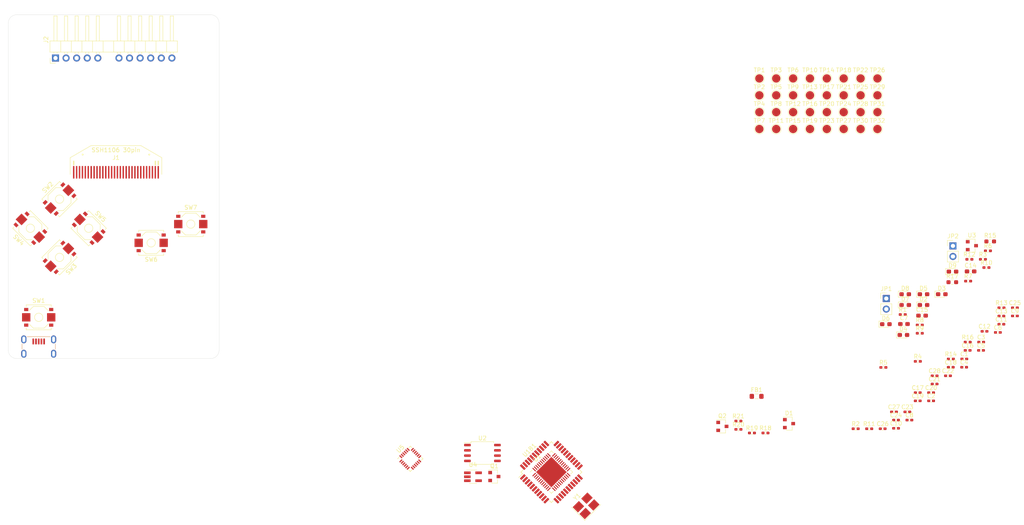
<source format=kicad_pcb>
(kicad_pcb (version 20171130) (host pcbnew "(5.1.10)-1")
  (layers (0 F.Cu signal) (31 B.Cu signal) (34 B.Paste user) (35 F.Paste user) (36 B.SilkS user) (37 F.SilkS user) (38 B.Mask user) (39 F.Mask user) (44 Edge.Cuts user))
  (net 0 "")
  (net 1 "Net-(C1-Pad2)")
  (net 2 RST)
  (net 3 GND)
  (net 4 XTAL2)
  (net 5 XTAL1)
  (net 6 VCC)
  (net 7 "Net-(C5-Pad2)")
  (net 8 "Net-(C5-Pad1)")
  (net 9 "Net-(C6-Pad2)")
  (net 10 "Net-(C6-Pad1)")
  (net 11 +3V3)
  (net 12 +BATT)
  (net 13 +5V)
  (net 14 "Net-(C14-Pad1)")
  (net 15 "Net-(C15-Pad1)")
  (net 16 AREF)
  (net 17 VBUS)
  (net 18 "Net-(C25-Pad1)")
  (net 19 "Net-(C26-Pad1)")
  (net 20 UCAP)
  (net 21 "Net-(D1-Pad3)")
  (net 22 ~PWR_EN)
  (net 23 "Net-(D2-Pad1)")
  (net 24 "Net-(D3-Pad1)")
  (net 25 "Net-(D4-Pad1)")
  (net 26 "Net-(D5-Pad2)")
  (net 27 "Net-(D6-Pad2)")
  (net 28 "Net-(D7-Pad2)")
  (net 29 "Net-(D7-Pad1)")
  (net 30 "Net-(D8-Pad2)")
  (net 31 "Net-(D9-Pad2)")
  (net 32 "Net-(J1-Pad30)")
  (net 33 "Net-(J1-Pad29)")
  (net 34 "Net-(J1-Pad26)")
  (net 35 "Net-(J1-Pad25)")
  (net 36 "Net-(J1-Pad24)")
  (net 37 "Net-(J1-Pad23)")
  (net 38 "Net-(J1-Pad22)")
  (net 39 "Net-(J1-Pad21)")
  (net 40 "Net-(J1-Pad20)")
  (net 41 MOSI)
  (net 42 SCK)
  (net 43 OLED_DC)
  (net 44 OLED_RST)
  (net 45 OLED_CS)
  (net 46 "Net-(J1-Pad1)")
  (net 47 SCLK)
  (net 48 MISO)
  (net 49 A5)
  (net 50 RX)
  (net 51 SCL_3V3)
  (net 52 SDA+FCS)
  (net 53 TX)
  (net 54 "Net-(J3-Pad4)")
  (net 55 /USB_D-)
  (net 56 /USB_D+)
  (net 57 "Net-(J3-Pad6)")
  (net 58 "Net-(JP1-Pad2)")
  (net 59 SPKR2)
  (net 60 EN)
  (net 61 /~WP)
  (net 62 /~HOLD)
  (net 63 LED_R)
  (net 64 LED_G)
  (net 65 LED_B)
  (net 66 RX_LED)
  (net 67 TX_LED)
  (net 68 SPKR1)
  (net 69 "Net-(R16-Pad1)")
  (net 70 D+)
  (net 71 D-)
  (net 72 Btn_UP)
  (net 73 Btn_DOWN)
  (net 74 Btn_LEFT)
  (net 75 Btn_RIGHT)
  (net 76 Btn_A)
  (net 77 Btn_B)
  (net 78 "Net-(TP1-Pad1)")
  (net 79 "Net-(U5-Pad7)")
  (net 80 "Net-(U5-Pad6)")
  (module arduboy:button_TS-1187A-B-A-B (layer F.Cu) (at 65.5 72)
    (fp_text reference SW7 (at 0 -4) (layer F.SilkS))
    (fp_text value "B Button")
    (pad 2 smd rect (at 3 0) (size 2 2) (layers F.Cu F.Paste F.Mask) (net 3 GND))
    (pad 1 smd rect (at -3 0) (size 2 2) (layers F.Cu F.Paste F.Mask) (net 77 Btn_B))
    (pad 1 smd rect (at 3 -1.875) (size 1 0.75) (layers F.Cu F.Paste F.Mask) (net 77 Btn_B))
    (pad 1 smd rect (at -3 -1.875) (size 1 0.75) (layers F.Cu F.Paste F.Mask) (net 77 Btn_B))
    (pad 2 smd rect (at -3 1.875) (size 1 0.75) (layers F.Cu F.Paste F.Mask) (net 3 GND))
    (pad 2 smd rect (at 3 1.875) (size 1 0.75) (layers F.Cu F.Paste F.Mask) (net 3 GND))
  )
  (module arduboy:button_TS-1187A-B-A-B (layer F.Cu) (at 56 76.5 180)
    (fp_text reference SW6 (at 0 -4) (layer F.SilkS))
    (fp_text value "A Button")
    (pad 2 smd rect (at 3 0 180) (size 2 2) (layers F.Cu F.Paste F.Mask) (net 3 GND))
    (pad 1 smd rect (at -3 0 180) (size 2 2) (layers F.Cu F.Paste F.Mask) (net 76 Btn_A))
    (pad 1 smd rect (at 3 -1.875 180) (size 1 0.75) (layers F.Cu F.Paste F.Mask) (net 76 Btn_A))
    (pad 1 smd rect (at -3 -1.875 180) (size 1 0.75) (layers F.Cu F.Paste F.Mask) (net 76 Btn_A))
    (pad 2 smd rect (at -3 1.875 180) (size 1 0.75) (layers F.Cu F.Paste F.Mask) (net 3 GND))
    (pad 2 smd rect (at 3 1.875 180) (size 1 0.75) (layers F.Cu F.Paste F.Mask) (net 3 GND))
  )
  (module arduboy:button_TS-1187A-B-A-B (layer F.Cu) (at 41 73 315)
    (fp_text reference SW5 (at 0 -4 135) (layer F.SilkS))
    (fp_text value "RIGHT Button")
    (pad 2 smd rect (at 3 1.875 315) (size 1 0.75) (layers F.Cu F.Paste F.Mask) (net 3 GND))
    (pad 2 smd rect (at -3 1.875 315) (size 1 0.75) (layers F.Cu F.Paste F.Mask) (net 3 GND))
    (pad 1 smd rect (at -3 -1.875 315) (size 1 0.75) (layers F.Cu F.Paste F.Mask) (net 75 Btn_RIGHT))
    (pad 1 smd rect (at 3 -1.875 315) (size 1 0.75) (layers F.Cu F.Paste F.Mask) (net 75 Btn_RIGHT))
    (pad 1 smd rect (at -3 0 315) (size 2 2) (layers F.Cu F.Paste F.Mask) (net 75 Btn_RIGHT))
    (pad 2 smd rect (at 3 0 315) (size 2 2) (layers F.Cu F.Paste F.Mask) (net 3 GND))
  )
  (module arduboy:button_TS-1187A-B-A-B (layer F.Cu) (at 27 73 135)
    (fp_text reference SW4 (at 0 -4 135) (layer F.SilkS))
    (fp_text value "LEFT Button")
    (pad 2 smd rect (at 3 1.875 135) (size 1 0.75) (layers F.Cu F.Paste F.Mask) (net 3 GND))
    (pad 2 smd rect (at -3 1.875 135) (size 1 0.75) (layers F.Cu F.Paste F.Mask) (net 3 GND))
    (pad 1 smd rect (at -3 -1.875 135) (size 1 0.75) (layers F.Cu F.Paste F.Mask) (net 74 Btn_LEFT))
    (pad 1 smd rect (at 3 -1.875 135) (size 1 0.75) (layers F.Cu F.Paste F.Mask) (net 74 Btn_LEFT))
    (pad 1 smd rect (at -3 0 135) (size 2 2) (layers F.Cu F.Paste F.Mask) (net 74 Btn_LEFT))
    (pad 2 smd rect (at 3 0 135) (size 2 2) (layers F.Cu F.Paste F.Mask) (net 3 GND))
  )
  (module arduboy:button_TS-1187A-B-A-B (layer F.Cu) (at 34 80 225)
    (fp_text reference SW3 (at 0 -4 45) (layer F.SilkS))
    (fp_text value "DOWN Button")
    (pad 2 smd rect (at 3 1.875 225) (size 1 0.75) (layers F.Cu F.Paste F.Mask) (net 3 GND))
    (pad 2 smd rect (at -3 1.875 225) (size 1 0.75) (layers F.Cu F.Paste F.Mask) (net 3 GND))
    (pad 1 smd rect (at -3 -1.875 225) (size 1 0.75) (layers F.Cu F.Paste F.Mask) (net 73 Btn_DOWN))
    (pad 1 smd rect (at 3 -1.875 225) (size 1 0.75) (layers F.Cu F.Paste F.Mask) (net 73 Btn_DOWN))
    (pad 1 smd rect (at -3 0 225) (size 2 2) (layers F.Cu F.Paste F.Mask) (net 73 Btn_DOWN))
    (pad 2 smd rect (at 3 0 225) (size 2 2) (layers F.Cu F.Paste F.Mask) (net 3 GND))
  )
  (module arduboy:button_TS-1187A-B-A-B (layer F.Cu) (at 34 66 45)
    (fp_text reference SW2 (at 0 -4 45) (layer F.SilkS))
    (fp_text value "UP Button")
    (pad 2 smd rect (at 3 1.875 45) (size 1 0.75) (layers F.Cu F.Paste F.Mask) (net 3 GND))
    (pad 2 smd rect (at -3 1.875 45) (size 1 0.75) (layers F.Cu F.Paste F.Mask) (net 3 GND))
    (pad 1 smd rect (at -3 -1.875 45) (size 1 0.75) (layers F.Cu F.Paste F.Mask) (net 72 Btn_UP))
    (pad 1 smd rect (at 3 -1.875 45) (size 1 0.75) (layers F.Cu F.Paste F.Mask) (net 72 Btn_UP))
    (pad 1 smd rect (at -3 0 45) (size 2 2) (layers F.Cu F.Paste F.Mask) (net 72 Btn_UP))
    (pad 2 smd rect (at 3 0 45) (size 2 2) (layers F.Cu F.Paste F.Mask) (net 3 GND))
  )
  (module arduboy:button_TS-1187A-B-A-B (layer F.Cu) (at 29 94.4)
    (fp_text reference SW1 (at 0 -4) (layer F.SilkS))
    (fp_text value "RST Button")
    (pad 2 smd rect (at 3 0) (size 2 2) (layers F.Cu F.Paste F.Mask) (net 21 "Net-(D1-Pad3)"))
    (pad 1 smd rect (at -3 0) (size 2 2) (layers F.Cu F.Paste F.Mask) (net 3 GND))
    (pad 1 smd rect (at 3 -1.875) (size 1 0.75) (layers F.Cu F.Paste F.Mask) (net 3 GND))
    (pad 1 smd rect (at -3 -1.875) (size 1 0.75) (layers F.Cu F.Paste F.Mask) (net 3 GND))
    (pad 2 smd rect (at -3 1.875) (size 1 0.75) (layers F.Cu F.Paste F.Mask) (net 21 "Net-(D1-Pad3)"))
    (pad 2 smd rect (at 3 1.875) (size 1 0.75) (layers F.Cu F.Paste F.Mask) (net 21 "Net-(D1-Pad3)"))
  )
  (module TestPoint:TestPoint_Pad_D2.0mm (layer F.Cu) (at 230.35 49.15)
    (fp_text reference TP32 (at 0 -1.998) (layer F.SilkS))
    (fp_text value GND)
    (pad 1 smd circle (at 0 0) (size 2 2) (layers F.Cu F.Mask) (net 3 GND))
  )
  (module TestPoint:TestPoint_Pad_D2.0mm (layer F.Cu) (at 230.35 45.1)
    (fp_text reference TP31 (at 0 -1.998) (layer F.SilkS))
    (fp_text value 5V_USB)
    (pad 1 smd circle (at 0 0) (size 2 2) (layers F.Cu F.Mask) (net 13 +5V))
  )
  (module TestPoint:TestPoint_Pad_D2.0mm (layer F.Cu) (at 226.3 49.15)
    (fp_text reference TP30 (at 0 -1.998) (layer F.SilkS))
    (fp_text value VCC)
    (pad 1 smd circle (at 0 0) (size 2 2) (layers F.Cu F.Mask) (net 6 VCC))
  )
  (module TestPoint:TestPoint_Pad_D2.0mm (layer F.Cu) (at 230.35 41.05)
    (fp_text reference TP29 (at 0 -1.998) (layer F.SilkS))
    (fp_text value 3V3)
    (pad 1 smd circle (at 0 0) (size 2 2) (layers F.Cu F.Mask) (net 11 +3V3))
  )
  (module TestPoint:TestPoint_Pad_D2.0mm (layer F.Cu) (at 226.3 45.1)
    (fp_text reference TP28 (at 0 -1.998) (layer F.SilkS))
    (fp_text value D5/PC6/SPKR1)
    (pad 1 smd circle (at 0 0) (size 2 2) (layers F.Cu F.Mask) (net 68 SPKR1))
  )
  (module TestPoint:TestPoint_Pad_D2.0mm (layer F.Cu) (at 222.25 49.15)
    (fp_text reference TP27 (at 0 -1.998) (layer F.SilkS))
    (fp_text value A3/F4/DOWN)
    (pad 1 smd circle (at 0 0) (size 2 2) (layers F.Cu F.Mask) (net 73 Btn_DOWN))
  )
  (module TestPoint:TestPoint_Pad_D2.0mm (layer F.Cu) (at 230.35 37)
    (fp_text reference TP26 (at 0 -1.998) (layer F.SilkS))
    (fp_text value D13/PC7/SPKR2)
    (pad 1 smd circle (at 0 0) (size 2 2) (layers F.Cu F.Mask) (net 59 SPKR2))
  )
  (module TestPoint:TestPoint_Pad_D2.0mm (layer F.Cu) (at 226.3 41.05)
    (fp_text reference TP25 (at 0 -1.998) (layer F.SilkS))
    (fp_text value A2/F5/LEFT)
    (pad 1 smd circle (at 0 0) (size 2 2) (layers F.Cu F.Mask) (net 74 Btn_LEFT))
  )
  (module TestPoint:TestPoint_Pad_D2.0mm (layer F.Cu) (at 222.25 45.1)
    (fp_text reference TP24 (at 0 -1.998) (layer F.SilkS))
    (fp_text value D0/PD2/RX)
    (pad 1 smd circle (at 0 0) (size 2 2) (layers F.Cu F.Mask) (net 50 RX))
  )
  (module TestPoint:TestPoint_Pad_D2.0mm (layer F.Cu) (at 218.2 49.15)
    (fp_text reference TP23 (at 0 -1.998) (layer F.SilkS))
    (fp_text value A1/F6/RIGHT)
    (pad 1 smd circle (at 0 0) (size 2 2) (layers F.Cu F.Mask) (net 75 Btn_RIGHT))
  )
  (module TestPoint:TestPoint_Pad_D2.0mm (layer F.Cu) (at 226.3 37)
    (fp_text reference TP22 (at 0 -1.998) (layer F.SilkS))
    (fp_text value D1/PD3/TX)
    (pad 1 smd circle (at 0 0) (size 2 2) (layers F.Cu F.Mask) (net 53 TX))
  )
  (module TestPoint:TestPoint_Pad_D2.0mm (layer F.Cu) (at 222.25 41.05)
    (fp_text reference TP21 (at 0 -1.998) (layer F.SilkS))
    (fp_text value A0/PF7/UP)
    (pad 1 smd circle (at 0 0) (size 2 2) (layers F.Cu F.Mask) (net 72 Btn_UP))
  )
  (module TestPoint:TestPoint_Pad_D2.0mm (layer F.Cu) (at 218.2 45.1)
    (fp_text reference TP20 (at 0 -1.998) (layer F.SilkS))
    (fp_text value A5/F0)
    (pad 1 smd circle (at 0 0) (size 2 2) (layers F.Cu F.Mask) (net 49 A5))
  )
  (module TestPoint:TestPoint_Pad_D2.0mm (layer F.Cu) (at 214.15 49.15)
    (fp_text reference TP19 (at 0 -1.998) (layer F.SilkS))
    (fp_text value D8/PB4/B)
    (pad 1 smd circle (at 0 0) (size 2 2) (layers F.Cu F.Mask) (net 77 Btn_B))
  )
  (module TestPoint:TestPoint_Pad_D2.0mm (layer F.Cu) (at 222.25 37)
    (fp_text reference TP18 (at 0 -1.998) (layer F.SilkS))
    (fp_text value A4/F1/EN)
    (pad 1 smd circle (at 0 0) (size 2 2) (layers F.Cu F.Mask) (net 60 EN))
  )
  (module TestPoint:TestPoint_Pad_D2.0mm (layer F.Cu) (at 218.2 41.05)
    (fp_text reference TP17 (at 0 -1.998) (layer F.SilkS))
    (fp_text value D7/E6/A)
    (pad 1 smd circle (at 0 0) (size 2 2) (layers F.Cu F.Mask) (net 76 Btn_A))
  )
  (module TestPoint:TestPoint_Pad_D2.0mm (layer F.Cu) (at 214.15 45.1)
    (fp_text reference TP16 (at 0 -1.998) (layer F.SilkS))
    (fp_text value USB_ID)
    (pad 1 smd circle (at 0 0) (size 2 2) (layers F.Cu F.Mask) (net 54 "Net-(J3-Pad4)"))
  )
  (module TestPoint:TestPoint_Pad_D2.0mm (layer F.Cu) (at 210.1 49.15)
    (fp_text reference TP15 (at 0 -1.998) (layer F.SilkS))
    (fp_text value D15/PB1/SCK)
    (pad 1 smd circle (at 0 0) (size 2 2) (layers F.Cu F.Mask) (net 42 SCK))
  )
  (module TestPoint:TestPoint_Pad_D2.0mm (layer F.Cu) (at 218.2 37)
    (fp_text reference TP14 (at 0 -1.998) (layer F.SilkS))
    (fp_text value D12/D6/~OLED_CS)
    (pad 1 smd circle (at 0 0) (size 2 2) (layers F.Cu F.Mask) (net 45 OLED_CS))
  )
  (module TestPoint:TestPoint_Pad_D2.0mm (layer F.Cu) (at 214.15 41.05)
    (fp_text reference TP13 (at 0 -1.998) (layer F.SilkS))
    (fp_text value D16/PB2/MOSI)
    (pad 1 smd circle (at 0 0) (size 2 2) (layers F.Cu F.Mask) (net 41 MOSI))
  )
  (module TestPoint:TestPoint_Pad_D2.0mm (layer F.Cu) (at 210.1 45.1)
    (fp_text reference TP12 (at 0 -1.998) (layer F.SilkS))
    (fp_text value D6/D7/~OLED_RST)
    (pad 1 smd circle (at 0 0) (size 2 2) (layers F.Cu F.Mask) (net 44 OLED_RST))
  )
  (module TestPoint:TestPoint_Pad_D2.0mm (layer F.Cu) (at 206.05 49.15)
    (fp_text reference TP11 (at 0 -1.998) (layer F.SilkS))
    (fp_text value D14/PB3/MISO)
    (pad 1 smd circle (at 0 0) (size 2 2) (layers F.Cu F.Mask) (net 48 MISO))
  )
  (module TestPoint:TestPoint_Pad_D2.0mm (layer F.Cu) (at 214.15 37)
    (fp_text reference TP10 (at 0 -1.998) (layer F.SilkS))
    (fp_text value D4/D4/~OLED_DC)
    (pad 1 smd circle (at 0 0) (size 2 2) (layers F.Cu F.Mask) (net 43 OLED_DC))
  )
  (module TestPoint:TestPoint_Pad_D2.0mm (layer F.Cu) (at 210.1 41.05)
    (fp_text reference TP9 (at 0 -1.998) (layer F.SilkS))
    (fp_text value D9/PB5/~LED_B)
    (pad 1 smd circle (at 0 0) (size 2 2) (layers F.Cu F.Mask) (net 65 LED_B))
  )
  (module TestPoint:TestPoint_Pad_D2.0mm (layer F.Cu) (at 206.05 45.1)
    (fp_text reference TP8 (at 0 -1.998) (layer F.SilkS))
    (fp_text value D30/D5/~TX_LED)
    (pad 1 smd circle (at 0 0) (size 2 2) (layers F.Cu F.Mask) (net 67 TX_LED))
  )
  (module TestPoint:TestPoint_Pad_D2.0mm (layer F.Cu) (at 202 49.15)
    (fp_text reference TP7 (at 0 -1.998) (layer F.SilkS))
    (fp_text value D10/PB6/~LED_R)
    (pad 1 smd circle (at 0 0) (size 2 2) (layers F.Cu F.Mask) (net 63 LED_R))
  )
  (module TestPoint:TestPoint_Pad_D2.0mm (layer F.Cu) (at 210.1 37)
    (fp_text reference TP6 (at 0 -1.998) (layer F.SilkS))
    (fp_text value D17/PB0/~RX_LED)
    (pad 1 smd circle (at 0 0) (size 2 2) (layers F.Cu F.Mask) (net 66 RX_LED))
  )
  (module TestPoint:TestPoint_Pad_D2.0mm (layer F.Cu) (at 206.05 41.05)
    (fp_text reference TP5 (at 0 -1.998) (layer F.SilkS))
    (fp_text value D11/PB7/~LED_G)
    (pad 1 smd circle (at 0 0) (size 2 2) (layers F.Cu F.Mask) (net 64 LED_G))
  )
  (module TestPoint:TestPoint_Pad_D2.0mm (layer F.Cu) (at 202 45.1)
    (fp_text reference TP4 (at 0 -1.998) (layer F.SilkS))
    (fp_text value D3/PD0/SCL)
    (pad 1 smd circle (at 0 0) (size 2 2) (layers F.Cu F.Mask) (net 51 SCL_3V3))
  )
  (module TestPoint:TestPoint_Pad_D2.0mm (layer F.Cu) (at 206.05 37)
    (fp_text reference TP3 (at 0 -1.998) (layer F.SilkS))
    (fp_text value ~RST)
    (pad 1 smd circle (at 0 0) (size 2 2) (layers F.Cu F.Mask) (net 2 RST))
  )
  (module TestPoint:TestPoint_Pad_D2.0mm (layer F.Cu) (at 202 41.05)
    (fp_text reference TP2 (at 0 -1.998) (layer F.SilkS))
    (fp_text value D2/PD1/SDA+FLASH_CS)
    (pad 1 smd circle (at 0 0) (size 2 2) (layers F.Cu F.Mask) (net 52 SDA+FCS))
  )
  (module TestPoint:TestPoint_Pad_D2.0mm (layer F.Cu) (at 202 37)
    (fp_text reference TP1 (at 0 -1.998) (layer F.SilkS))
    (fp_text value GYRO_INT)
    (pad 1 smd circle (at 0 0) (size 2 2) (layers F.Cu F.Mask) (net 78 "Net-(TP1-Pad1)"))
  )
  (module Crystal:Crystal_SMD_3225-4Pin_3.2x2.5mm_HandSoldering (layer F.Cu) (at 160.4 139.7 45)
    (fp_text reference Y1 (at 0 -3.05 45) (layer F.SilkS))
    (fp_text value 16MHz)
    (pad 4 smd rect (at -1.45 -1.15 45) (size 2.1 1.8) (layers F.Cu F.Paste F.Mask) (net 3 GND))
    (pad 3 smd rect (at 1.45 -1.15 45) (size 2.1 1.8) (layers F.Cu F.Paste F.Mask) (net 4 XTAL2))
    (pad 2 smd rect (at 1.45 1.15 45) (size 2.1 1.8) (layers F.Cu F.Paste F.Mask) (net 3 GND))
    (pad 1 smd rect (at -1.45 1.15 45) (size 2.1 1.8) (layers F.Cu F.Paste F.Mask) (net 5 XTAL1))
  )
  (module Sensor_Motion:InvenSense_QFN-24_4x4mm_P0.5mm (layer F.Cu) (at 118.2 128.4 45)
    (fp_text reference U5 (at 0 -3.375 45) (layer F.SilkS))
    (fp_text value MPU-6050)
    (pad 24 smd roundrect (at -1.25 -1.95 135) (size 0.85 0.3) (layers F.Cu F.Paste F.Mask) (net 52 SDA+FCS))
    (pad 23 smd roundrect (at -0.75 -1.95 135) (size 0.85 0.3) (layers F.Cu F.Paste F.Mask) (net 51 SCL_3V3))
    (pad 22 smd roundrect (at -0.25 -1.95 135) (size 0.85 0.3) (layers F.Cu F.Paste F.Mask))
    (pad 21 smd roundrect (at 0.25 -1.95 135) (size 0.85 0.3) (layers F.Cu F.Paste F.Mask))
    (pad 20 smd roundrect (at 0.75 -1.95 135) (size 0.85 0.3) (layers F.Cu F.Paste F.Mask) (net 18 "Net-(C25-Pad1)"))
    (pad 19 smd roundrect (at 1.25 -1.95 135) (size 0.85 0.3) (layers F.Cu F.Paste F.Mask))
    (pad 18 smd roundrect (at 1.95 -1.25 45) (size 0.85 0.3) (layers F.Cu F.Paste F.Mask) (net 3 GND))
    (pad 17 smd roundrect (at 1.95 -0.75 45) (size 0.85 0.3) (layers F.Cu F.Paste F.Mask))
    (pad 16 smd roundrect (at 1.95 -0.25 45) (size 0.85 0.3) (layers F.Cu F.Paste F.Mask))
    (pad 15 smd roundrect (at 1.95 0.25 45) (size 0.85 0.3) (layers F.Cu F.Paste F.Mask))
    (pad 14 smd roundrect (at 1.95 0.75 45) (size 0.85 0.3) (layers F.Cu F.Paste F.Mask))
    (pad 13 smd roundrect (at 1.95 1.25 45) (size 0.85 0.3) (layers F.Cu F.Paste F.Mask) (net 11 +3V3))
    (pad 12 smd roundrect (at 1.25 1.95 135) (size 0.85 0.3) (layers F.Cu F.Paste F.Mask) (net 78 "Net-(TP1-Pad1)"))
    (pad 11 smd roundrect (at 0.75 1.95 135) (size 0.85 0.3) (layers F.Cu F.Paste F.Mask) (net 3 GND))
    (pad 10 smd roundrect (at 0.25 1.95 135) (size 0.85 0.3) (layers F.Cu F.Paste F.Mask) (net 19 "Net-(C26-Pad1)"))
    (pad 9 smd roundrect (at -0.25 1.95 135) (size 0.85 0.3) (layers F.Cu F.Paste F.Mask) (net 3 GND))
    (pad 8 smd roundrect (at -0.75 1.95 135) (size 0.85 0.3) (layers F.Cu F.Paste F.Mask) (net 11 +3V3))
    (pad 7 smd roundrect (at -1.25 1.95 135) (size 0.85 0.3) (layers F.Cu F.Paste F.Mask) (net 79 "Net-(U5-Pad7)"))
    (pad 6 smd roundrect (at -1.95 1.25 45) (size 0.85 0.3) (layers F.Cu F.Paste F.Mask) (net 80 "Net-(U5-Pad6)"))
    (pad 5 smd roundrect (at -1.95 0.75 45) (size 0.85 0.3) (layers F.Cu F.Paste F.Mask))
    (pad 4 smd roundrect (at -1.95 0.25 45) (size 0.85 0.3) (layers F.Cu F.Paste F.Mask))
    (pad 3 smd roundrect (at -1.95 -0.25 45) (size 0.85 0.3) (layers F.Cu F.Paste F.Mask))
    (pad 2 smd roundrect (at -1.95 -0.75 45) (size 0.85 0.3) (layers F.Cu F.Paste F.Mask))
    (pad 1 smd roundrect (at -1.95 -1.25 45) (size 0.85 0.3) (layers F.Cu F.Paste F.Mask) (net 3 GND))
  )
  (module Package_TO_SOT_SMD:SOT-23-5_HandSoldering (layer F.Cu) (at 133.25 132.71)
    (fp_text reference U4 (at 0 -2.9) (layer F.SilkS))
    (fp_text value TP4054)
    (pad 5 smd rect (at 1.35 -0.95) (size 1.56 0.65) (layers F.Cu F.Paste F.Mask) (net 69 "Net-(R16-Pad1)"))
    (pad 4 smd rect (at 1.35 0.95) (size 1.56 0.65) (layers F.Cu F.Paste F.Mask) (net 13 +5V))
    (pad 3 smd rect (at -1.35 0.95) (size 1.56 0.65) (layers F.Cu F.Paste F.Mask) (net 12 +BATT))
    (pad 2 smd rect (at -1.35 0) (size 1.56 0.65) (layers F.Cu F.Paste F.Mask) (net 3 GND))
    (pad 1 smd rect (at -1.35 -0.95) (size 1.56 0.65) (layers F.Cu F.Paste F.Mask) (net 29 "Net-(D7-Pad1)"))
  )
  (module Package_TO_SOT_SMD:SOT-23 (layer F.Cu) (at 253.02 77.19)
    (fp_text reference U3 (at 0 -2.5) (layer F.SilkS))
    (fp_text value XC6206P33)
    (pad 3 smd rect (at 1 0) (size 0.9 0.8) (layers F.Cu F.Paste F.Mask) (net 6 VCC))
    (pad 2 smd rect (at -1 0.95) (size 0.9 0.8) (layers F.Cu F.Paste F.Mask) (net 11 +3V3))
    (pad 1 smd rect (at -1 -0.95) (size 0.9 0.8) (layers F.Cu F.Paste F.Mask) (net 3 GND))
  )
  (module Package_SO:SOIC-8_5.23x5.23mm_P1.27mm (layer F.Cu) (at 135.52 127)
    (fp_text reference U2 (at 0 -3.56) (layer F.SilkS))
    (fp_text value W25Q128JVSIQ)
    (pad 8 smd roundrect (at 3.6 -1.905) (size 1.6 0.6) (layers F.Cu F.Paste F.Mask) (net 6 VCC))
    (pad 7 smd roundrect (at 3.6 -0.635) (size 1.6 0.6) (layers F.Cu F.Paste F.Mask) (net 62 /~HOLD))
    (pad 6 smd roundrect (at 3.6 0.635) (size 1.6 0.6) (layers F.Cu F.Paste F.Mask) (net 47 SCLK))
    (pad 5 smd roundrect (at 3.6 1.905) (size 1.6 0.6) (layers F.Cu F.Paste F.Mask) (net 41 MOSI))
    (pad 4 smd roundrect (at -3.6 1.905) (size 1.6 0.6) (layers F.Cu F.Paste F.Mask) (net 3 GND))
    (pad 3 smd roundrect (at -3.6 0.635) (size 1.6 0.6) (layers F.Cu F.Paste F.Mask) (net 61 /~WP))
    (pad 2 smd roundrect (at -3.6 -0.635) (size 1.6 0.6) (layers F.Cu F.Paste F.Mask) (net 48 MISO))
    (pad 1 smd roundrect (at -3.6 -1.905) (size 1.6 0.6) (layers F.Cu F.Paste F.Mask) (net 52 SDA+FCS))
  )
  (module Resistor_SMD:R_0402_1005Metric_Pad0.72x0.64mm_HandSolder (layer F.Cu) (at 196.97 119.33)
    (fp_text reference R21 (at 0 -1.17) (layer F.SilkS))
    (fp_text value 22)
    (pad 2 smd roundrect (at 0.5975 0) (size 0.715 0.64) (layers F.Cu F.Paste F.Mask) (net 71 D-))
    (pad 1 smd roundrect (at -0.5975 0) (size 0.715 0.64) (layers F.Cu F.Paste F.Mask) (net 55 /USB_D-))
  )
  (module Resistor_SMD:R_0402_1005Metric_Pad0.72x0.64mm_HandSolder (layer F.Cu) (at 196.97 121.32)
    (fp_text reference R20 (at 0 -1.17) (layer F.SilkS))
    (fp_text value 22)
    (pad 2 smd roundrect (at 0.5975 0) (size 0.715 0.64) (layers F.Cu F.Paste F.Mask) (net 70 D+))
    (pad 1 smd roundrect (at -0.5975 0) (size 0.715 0.64) (layers F.Cu F.Paste F.Mask) (net 56 /USB_D+))
  )
  (module Resistor_SMD:R_0402_1005Metric_Pad0.72x0.64mm_HandSolder (layer F.Cu) (at 200.22 122.19)
    (fp_text reference R19 (at 0 -1.17) (layer F.SilkS))
    (fp_text value 4.7k)
    (pad 2 smd roundrect (at 0.5975 0) (size 0.715 0.64) (layers F.Cu F.Paste F.Mask) (net 52 SDA+FCS))
    (pad 1 smd roundrect (at -0.5975 0) (size 0.715 0.64) (layers F.Cu F.Paste F.Mask) (net 11 +3V3))
  )
  (module Resistor_SMD:R_0402_1005Metric_Pad0.72x0.64mm_HandSolder (layer F.Cu) (at 203.47 122.19)
    (fp_text reference R18 (at 0 -1.17) (layer F.SilkS))
    (fp_text value 4.7k)
    (pad 2 smd roundrect (at 0.5975 0) (size 0.715 0.64) (layers F.Cu F.Paste F.Mask) (net 51 SCL_3V3))
    (pad 1 smd roundrect (at -0.5975 0) (size 0.715 0.64) (layers F.Cu F.Paste F.Mask) (net 11 +3V3))
  )
  (module Resistor_SMD:R_0603_1608Metric_Pad0.98x0.95mm_HandSolder (layer F.Cu) (at 248.32 85.96)
    (fp_text reference R17 (at 0 -1.43) (layer F.SilkS))
    (fp_text value 390k)
    (pad 2 smd roundrect (at 0.9125 0) (size 0.975 0.95) (layers F.Cu F.Paste F.Mask) (net 3 GND))
    (pad 1 smd roundrect (at -0.9125 0) (size 0.975 0.95) (layers F.Cu F.Paste F.Mask) (net 34 "Net-(J1-Pad26)"))
  )
  (module Resistor_SMD:R_0402_1005Metric_Pad0.72x0.64mm_HandSolder (layer F.Cu) (at 252.02 100.36)
    (fp_text reference R16 (at 0 -1.17) (layer F.SilkS))
    (fp_text value 4.7k)
    (pad 2 smd roundrect (at 0.5975 0) (size 0.715 0.64) (layers F.Cu F.Paste F.Mask) (net 3 GND))
    (pad 1 smd roundrect (at -0.5975 0) (size 0.715 0.64) (layers F.Cu F.Paste F.Mask) (net 69 "Net-(R16-Pad1)"))
  )
  (module Resistor_SMD:R_0603_1608Metric_Pad0.98x0.95mm_HandSolder (layer F.Cu) (at 257.42 76.17)
    (fp_text reference R15 (at 0 -1.43) (layer F.SilkS))
    (fp_text value 220)
    (pad 2 smd roundrect (at 0.9125 0) (size 0.975 0.95) (layers F.Cu F.Paste F.Mask) (net 58 "Net-(JP1-Pad2)"))
    (pad 1 smd roundrect (at -0.9125 0) (size 0.975 0.95) (layers F.Cu F.Paste F.Mask) (net 68 SPKR1))
  )
  (module Resistor_SMD:R_0402_1005Metric_Pad0.72x0.64mm_HandSolder (layer F.Cu) (at 247.97 104.41)
    (fp_text reference R14 (at 0 -1.17) (layer F.SilkS))
    (fp_text value 3.3k)
    (pad 2 smd roundrect (at 0.5975 0) (size 0.715 0.64) (layers F.Cu F.Paste F.Mask) (net 31 "Net-(D9-Pad2)"))
    (pad 1 smd roundrect (at -0.5975 0) (size 0.715 0.64) (layers F.Cu F.Paste F.Mask) (net 67 TX_LED))
  )
  (module Resistor_SMD:R_0402_1005Metric_Pad0.72x0.64mm_HandSolder (layer F.Cu) (at 260.12 92.11)
    (fp_text reference R13 (at 0 -1.17) (layer F.SilkS))
    (fp_text value 3.3k)
    (pad 2 smd roundrect (at 0.5975 0) (size 0.715 0.64) (layers F.Cu F.Paste F.Mask) (net 30 "Net-(D8-Pad2)"))
    (pad 1 smd roundrect (at -0.5975 0) (size 0.715 0.64) (layers F.Cu F.Paste F.Mask) (net 66 RX_LED))
  )
  (module Resistor_SMD:R_0402_1005Metric_Pad0.72x0.64mm_HandSolder (layer F.Cu) (at 252.42 80.46)
    (fp_text reference R12 (at 0 -1.17) (layer F.SilkS))
    (fp_text value 6.8k)
    (pad 2 smd roundrect (at 0.5975 0) (size 0.715 0.64) (layers F.Cu F.Paste F.Mask) (net 28 "Net-(D7-Pad2)"))
    (pad 1 smd roundrect (at -0.5975 0) (size 0.715 0.64) (layers F.Cu F.Paste F.Mask) (net 13 +5V))
  )
  (module Resistor_SMD:R_0402_1005Metric_Pad0.72x0.64mm_HandSolder (layer F.Cu) (at 228.37 121.18)
    (fp_text reference R11 (at 0 -1.17) (layer F.SilkS))
    (fp_text value 680)
    (pad 2 smd roundrect (at 0.5975 0) (size 0.715 0.64) (layers F.Cu F.Paste F.Mask) (net 65 LED_B))
    (pad 1 smd roundrect (at -0.5975 0) (size 0.715 0.64) (layers F.Cu F.Paste F.Mask) (net 25 "Net-(D4-Pad1)"))
  )
  (module Resistor_SMD:R_0402_1005Metric_Pad0.72x0.64mm_HandSolder (layer F.Cu) (at 256.51 82.45)
    (fp_text reference R10 (at 0 -1.17) (layer F.SilkS))
    (fp_text value 680)
    (pad 2 smd roundrect (at 0.5975 0) (size 0.715 0.64) (layers F.Cu F.Paste F.Mask) (net 64 LED_G))
    (pad 1 smd roundrect (at -0.5975 0) (size 0.715 0.64) (layers F.Cu F.Paste F.Mask) (net 24 "Net-(D3-Pad1)"))
  )
  (module Resistor_SMD:R_0402_1005Metric_Pad0.72x0.64mm_HandSolder (layer F.Cu) (at 240.51 98.23)
    (fp_text reference R9 (at 0 -1.17) (layer F.SilkS))
    (fp_text value 1.2k)
    (pad 2 smd roundrect (at 0.5975 0) (size 0.715 0.64) (layers F.Cu F.Paste F.Mask) (net 63 LED_R))
    (pad 1 smd roundrect (at -0.5975 0) (size 0.715 0.64) (layers F.Cu F.Paste F.Mask) (net 23 "Net-(D2-Pad1)"))
  )
  (module Resistor_SMD:R_0402_1005Metric_Pad0.72x0.64mm_HandSolder (layer F.Cu) (at 240.51 96.24)
    (fp_text reference R8 (at 0 -1.17) (layer F.SilkS))
    (fp_text value 10k)
    (pad 2 smd roundrect (at 0.5975 0) (size 0.715 0.64) (layers F.Cu F.Paste F.Mask) (net 22 ~PWR_EN))
    (pad 1 smd roundrect (at -0.5975 0) (size 0.715 0.64) (layers F.Cu F.Paste F.Mask) (net 12 +BATT))
  )
  (module Resistor_SMD:R_0402_1005Metric_Pad0.72x0.64mm_HandSolder (layer F.Cu) (at 252.12 85.7)
    (fp_text reference R7 (at 0 -1.17) (layer F.SilkS))
    (fp_text value 3.3k)
    (pad 2 smd roundrect (at 0.5975 0) (size 0.715 0.64) (layers F.Cu F.Paste F.Mask) (net 27 "Net-(D6-Pad2)"))
    (pad 1 smd roundrect (at -0.5975 0) (size 0.715 0.64) (layers F.Cu F.Paste F.Mask) (net 6 VCC))
  )
  (module Resistor_SMD:R_0402_1005Metric_Pad0.72x0.64mm_HandSolder (layer F.Cu) (at 256.87 78.42)
    (fp_text reference R6 (at 0 -1.17) (layer F.SilkS))
    (fp_text value 6.8k)
    (pad 2 smd roundrect (at 0.5975 0) (size 0.715 0.64) (layers F.Cu F.Paste F.Mask) (net 26 "Net-(D5-Pad2)"))
    (pad 1 smd roundrect (at -0.5975 0) (size 0.715 0.64) (layers F.Cu F.Paste F.Mask) (net 13 +5V))
  )
  (module Resistor_SMD:R_0402_1005Metric_Pad0.72x0.64mm_HandSolder (layer F.Cu) (at 231.77 106.44)
    (fp_text reference R5 (at 0 -1.17) (layer F.SilkS))
    (fp_text value 10k)
    (pad 2 smd roundrect (at 0.5975 0) (size 0.715 0.64) (layers F.Cu F.Paste F.Mask) (net 3 GND))
    (pad 1 smd roundrect (at -0.5975 0) (size 0.715 0.64) (layers F.Cu F.Paste F.Mask) (net 60 EN))
  )
  (module Resistor_SMD:R_0402_1005Metric_Pad0.72x0.64mm_HandSolder (layer F.Cu) (at 240.04 104.98)
    (fp_text reference R4 (at 0 -1.17) (layer F.SilkS))
    (fp_text value 10k)
    (pad 2 smd roundrect (at 0.5975 0) (size 0.715 0.64) (layers F.Cu F.Paste F.Mask) (net 62 /~HOLD))
    (pad 1 smd roundrect (at -0.5975 0) (size 0.715 0.64) (layers F.Cu F.Paste F.Mask) (net 6 VCC))
  )
  (module Resistor_SMD:R_0402_1005Metric_Pad0.72x0.64mm_HandSolder (layer F.Cu) (at 255.67 80.46)
    (fp_text reference R3 (at 0 -1.17) (layer F.SilkS))
    (fp_text value 10k)
    (pad 2 smd roundrect (at 0.5975 0) (size 0.715 0.64) (layers F.Cu F.Paste F.Mask) (net 61 /~WP))
    (pad 1 smd roundrect (at -0.5975 0) (size 0.715 0.64) (layers F.Cu F.Paste F.Mask) (net 6 VCC))
  )
  (module Resistor_SMD:R_0402_1005Metric_Pad0.72x0.64mm_HandSolder (layer F.Cu) (at 225.12 121.18)
    (fp_text reference R2 (at 0 -1.17) (layer F.SilkS))
    (fp_text value 10k)
    (pad 2 smd roundrect (at 0.5975 0) (size 0.715 0.64) (layers F.Cu F.Paste F.Mask) (net 52 SDA+FCS))
    (pad 1 smd roundrect (at -0.5975 0) (size 0.715 0.64) (layers F.Cu F.Paste F.Mask) (net 6 VCC))
  )
  (module Resistor_SMD:R_0402_1005Metric_Pad0.72x0.64mm_HandSolder (layer F.Cu) (at 236.42 93.73)
    (fp_text reference R1 (at 0 -1.17) (layer F.SilkS))
    (fp_text value 10k)
    (pad 2 smd roundrect (at 0.5975 0) (size 0.715 0.64) (layers F.Cu F.Paste F.Mask) (net 2 RST))
    (pad 1 smd roundrect (at -0.5975 0) (size 0.715 0.64) (layers F.Cu F.Paste F.Mask) (net 6 VCC))
  )
  (module Package_TO_SOT_SMD:SOT-23 (layer F.Cu) (at 193.12 120.61)
    (fp_text reference Q2 (at 0 -2.5) (layer F.SilkS))
    (fp_text value Si2301CDS)
    (pad 3 smd rect (at 1 0) (size 0.9 0.8) (layers F.Cu F.Paste F.Mask) (net 6 VCC))
    (pad 2 smd rect (at -1 0.95) (size 0.9 0.8) (layers F.Cu F.Paste F.Mask) (net 12 +BATT))
    (pad 1 smd rect (at -1 -0.95) (size 0.9 0.8) (layers F.Cu F.Paste F.Mask) (net 22 ~PWR_EN))
  )
  (module Package_TO_SOT_SMD:SOT-23 (layer F.Cu) (at 138.38 132.66)
    (fp_text reference Q1 (at 0 -2.5) (layer F.SilkS))
    (fp_text value 2N7002)
    (pad 3 smd rect (at 1 0) (size 0.9 0.8) (layers F.Cu F.Paste F.Mask) (net 22 ~PWR_EN))
    (pad 2 smd rect (at -1 0.95) (size 0.9 0.8) (layers F.Cu F.Paste F.Mask) (net 3 GND))
    (pad 1 smd rect (at -1 -0.95) (size 0.9 0.8) (layers F.Cu F.Paste F.Mask) (net 60 EN))
  )
  (module Connector_PinHeader_2.54mm:PinHeader_1x02_P2.54mm_Vertical (layer F.Cu) (at 248.47 77.24)
    (fp_text reference JP2 (at 0 -2.33) (layer F.SilkS))
    (fp_text value LiPo)
    (pad 2 thru_hole oval (at 0 2.54) (size 1.7 1.7) (drill 1) (layers *.Cu *.Mask) (net 12 +BATT))
    (pad 1 thru_hole rect (at 0 0) (size 1.7 1.7) (drill 1) (layers *.Cu *.Mask) (net 3 GND))
  )
  (module Connector_PinHeader_2.54mm:PinHeader_1x02_P2.54mm_Vertical (layer F.Cu) (at 232.47 89.88)
    (fp_text reference JP1 (at 0 -2.33) (layer F.SilkS))
    (fp_text value Speaker)
    (pad 2 thru_hole oval (at 0 2.54) (size 1.7 1.7) (drill 1) (layers *.Cu *.Mask) (net 58 "Net-(JP1-Pad2)"))
    (pad 1 thru_hole rect (at 0 0) (size 1.7 1.7) (drill 1) (layers *.Cu *.Mask) (net 59 SPKR2))
  )
  (module arduboy:USB_MICRO_B_C456008 (layer F.Cu) (at 29 104.3 180)
    (fp_text reference J3)
    (fp_text value USB_B_Micro)
    (pad 5 smd rect (at -1.3 4.1 180) (size 0.4 1.4) (layers F.Cu F.Paste F.Mask) (net 3 GND))
    (pad 1 smd rect (at 1.3 4.1 180) (size 0.4 1.4) (layers F.Cu F.Paste F.Mask) (net 17 VBUS))
    (pad 4 smd rect (at -0.65 4.1 180) (size 0.4 1.4) (layers F.Cu F.Paste F.Mask) (net 54 "Net-(J3-Pad4)"))
    (pad 2 smd rect (at 0.65 4.1 180) (size 0.4 1.4) (layers F.Cu F.Paste F.Mask) (net 55 /USB_D-))
    (pad 3 smd rect (at 0 4.1 180) (size 0.4 1.4) (layers F.Cu F.Paste F.Mask) (net 56 /USB_D+))
    (pad "" np_thru_hole circle (at 2 3.275 180) (size 0.65 0.65) (drill 0.65) (layers *.Cu *.Mask))
    (pad "" np_thru_hole circle (at -2 3.275 180) (size 0.65 0.65) (drill 0.65) (layers *.Cu *.Mask))
    (pad 6 thru_hole oval (at 3.575 4.6 180) (size 1.25 1.9) (drill oval 0.65 1.3) (layers *.Cu *.Mask) (net 57 "Net-(J3-Pad6)"))
    (pad 6 thru_hole oval (at -3.575 4.6 180) (size 1.25 1.9) (drill oval 0.65 1.3) (layers *.Cu *.Mask) (net 57 "Net-(J3-Pad6)"))
    (pad 6 thru_hole oval (at -3.575 1.15 180) (size 1.25 1.9) (drill oval 0.65 1.3) (layers *.Cu *.Mask) (net 57 "Net-(J3-Pad6)"))
    (pad 6 thru_hole oval (at 3.575 1.15 180) (size 1.25 1.9) (drill oval 0.65 1.3) (layers *.Cu *.Mask) (net 57 "Net-(J3-Pad6)"))
  )
  (module arduboy:PinHeader_1x12_P2.54mm_SLOTTED_ROTATED (layer F.Cu) (at 33.03 32.1 90)
    (fp_text reference J2 (at 4.385 -2.27 90) (layer F.SilkS))
    (fp_text value Expansion_port_NEW)
    (pad 1 thru_hole oval (at 0 27.94 90) (size 1.7 1.7) (drill 1) (layers *.Cu *.Mask) (net 6 VCC))
    (pad 2 thru_hole oval (at 0 25.4 90) (size 1.7 1.7) (drill 1) (layers *.Cu *.Mask) (net 3 GND))
    (pad 3 thru_hole oval (at 0 22.86 90) (size 1.7 1.7) (drill 1) (layers *.Cu *.Mask) (net 2 RST))
    (pad 4 thru_hole oval (at 0 20.32 90) (size 1.7 1.7) (drill 1) (layers *.Cu *.Mask) (net 47 SCLK))
    (pad 5 thru_hole oval (at 0 17.78 90) (size 1.7 1.7) (drill 1) (layers *.Cu *.Mask) (net 41 MOSI))
    (pad 6 thru_hole oval (at 0 15.24 90) (size 1.7 1.7) (drill 1) (layers *.Cu *.Mask) (net 48 MISO))
    (pad 8 thru_hole oval (at 0 10.16 90) (size 1.7 1.7) (drill 1) (layers *.Cu *.Mask) (net 49 A5))
    (pad 9 thru_hole oval (at 0 7.62 90) (size 1.7 1.7) (drill 1) (layers *.Cu *.Mask) (net 50 RX))
    (pad 10 thru_hole oval (at 0 5.08 90) (size 1.7 1.7) (drill 1) (layers *.Cu *.Mask) (net 51 SCL_3V3))
    (pad 11 thru_hole oval (at 0 2.54 90) (size 1.7 1.7) (drill 1) (layers *.Cu *.Mask) (net 52 SDA+FCS))
    (pad 12 thru_hole rect (at 0 0 90) (size 1.7 1.7) (drill 1) (layers *.Cu *.Mask) (net 53 TX))
  )
  (module arduboy:SSH1106_30pin_P0.7mm (layer F.Cu) (at 47.55 60.05)
    (fp_text reference J1 (at 0 -4) (layer F.SilkS))
    (fp_text value SSD1306_SSH1106)
    (fp_text user "SSH1106 30pin" (at 0 -5.85) (layer F.SilkS))
    (pad 30 smd rect (at 10.15 -0.5) (size 0.35 3) (layers F.Cu F.Paste F.Mask) (net 32 "Net-(J1-Pad30)"))
    (pad 29 smd rect (at 9.45 -0.5) (size 0.35 3) (layers F.Cu F.Paste F.Mask) (net 33 "Net-(J1-Pad29)"))
    (pad 28 smd rect (at 8.75 -0.5) (size 0.35 3) (layers F.Cu F.Paste F.Mask) (net 15 "Net-(C15-Pad1)"))
    (pad 27 smd rect (at 8.05 -0.5) (size 0.35 3) (layers F.Cu F.Paste F.Mask) (net 14 "Net-(C14-Pad1)"))
    (pad 26 smd rect (at 7.35 -0.5) (size 0.35 3) (layers F.Cu F.Paste F.Mask) (net 34 "Net-(J1-Pad26)"))
    (pad 25 smd rect (at 6.65 -0.5) (size 0.35 3) (layers F.Cu F.Paste F.Mask) (net 35 "Net-(J1-Pad25)"))
    (pad 24 smd rect (at 5.95 -0.5) (size 0.35 3) (layers F.Cu F.Paste F.Mask) (net 36 "Net-(J1-Pad24)"))
    (pad 23 smd rect (at 5.25 -0.5) (size 0.35 3) (layers F.Cu F.Paste F.Mask) (net 37 "Net-(J1-Pad23)"))
    (pad 22 smd rect (at 4.55 -0.5) (size 0.35 3) (layers F.Cu F.Paste F.Mask) (net 38 "Net-(J1-Pad22)"))
    (pad 21 smd rect (at 3.85 -0.5) (size 0.35 3) (layers F.Cu F.Paste F.Mask) (net 39 "Net-(J1-Pad21)"))
    (pad 20 smd rect (at 3.15 -0.5) (size 0.35 3) (layers F.Cu F.Paste F.Mask) (net 40 "Net-(J1-Pad20)"))
    (pad 19 smd rect (at 2.45 -0.5) (size 0.35 3) (layers F.Cu F.Paste F.Mask) (net 41 MOSI))
    (pad 18 smd rect (at 1.75 -0.5) (size 0.35 3) (layers F.Cu F.Paste F.Mask) (net 42 SCK))
    (pad 17 smd rect (at 1.05 -0.5) (size 0.35 3) (layers F.Cu F.Paste F.Mask) (net 3 GND))
    (pad 16 smd rect (at 0.35 -0.5) (size 0.35 3) (layers F.Cu F.Paste F.Mask) (net 3 GND))
    (pad 15 smd rect (at -0.35 -0.5) (size 0.35 3) (layers F.Cu F.Paste F.Mask) (net 43 OLED_DC))
    (pad 14 smd rect (at -1.05 -0.5) (size 0.35 3) (layers F.Cu F.Paste F.Mask) (net 44 OLED_RST))
    (pad 13 smd rect (at -1.75 -0.5) (size 0.35 3) (layers F.Cu F.Paste F.Mask) (net 45 OLED_CS))
    (pad 12 smd rect (at -2.45 -0.5) (size 0.35 3) (layers F.Cu F.Paste F.Mask) (net 3 GND))
    (pad 11 smd rect (at -3.15 -0.5) (size 0.35 3) (layers F.Cu F.Paste F.Mask) (net 3 GND))
    (pad 10 smd rect (at -3.85 -0.5) (size 0.35 3) (layers F.Cu F.Paste F.Mask) (net 3 GND))
    (pad 9 smd rect (at -4.55 -0.5) (size 0.35 3) (layers F.Cu F.Paste F.Mask) (net 6 VCC))
    (pad 8 smd rect (at -5.25 -0.5) (size 0.35 3) (layers F.Cu F.Paste F.Mask) (net 3 GND))
    (pad 7 smd rect (at -5.95 -0.5) (size 0.35 3) (layers F.Cu F.Paste F.Mask) (net 3 GND))
    (pad 6 smd rect (at -6.65 -0.5) (size 0.35 3) (layers F.Cu F.Paste F.Mask) (net 6 VCC))
    (pad 5 smd rect (at -7.35 -0.5) (size 0.35 3) (layers F.Cu F.Paste F.Mask) (net 9 "Net-(C6-Pad2)"))
    (pad 4 smd rect (at -8.05 -0.5) (size 0.35 3) (layers F.Cu F.Paste F.Mask) (net 10 "Net-(C6-Pad1)"))
    (pad 3 smd rect (at -8.75 -0.5) (size 0.35 3) (layers F.Cu F.Paste F.Mask) (net 7 "Net-(C5-Pad2)"))
    (pad 2 smd rect (at -9.45 -0.5) (size 0.35 3) (layers F.Cu F.Paste F.Mask) (net 8 "Net-(C5-Pad1)"))
    (pad 1 smd rect (at -10.15 -0.5) (size 0.35 3) (layers F.Cu F.Paste F.Mask) (net 46 "Net-(J1-Pad1)"))
  )
  (module Inductor_SMD:L_0805_2012Metric_Pad1.05x1.20mm_HandSolder (layer F.Cu) (at 201.34 113.39)
    (fp_text reference FB1 (at 0 -1.55) (layer F.SilkS))
    (fp_text value "100R @ 100MHz")
    (pad 2 smd roundrect (at 1.15 0) (size 1.05 1.2) (layers F.Cu F.Paste F.Mask) (roundrect_rratio 0.238095) (net 17 VBUS))
    (pad 1 smd roundrect (at -1.15 0) (size 1.05 1.2) (layers F.Cu F.Paste F.Mask) (roundrect_rratio 0.238095) (net 13 +5V))
  )
  (module LED_SMD:LED_0603_1608Metric_Pad1.05x0.95mm_HandSolder (layer F.Cu) (at 248.365 83.41)
    (fp_text reference D9 (at 0 -1.43) (layer F.SilkS))
    (fp_text value Yellow)
    (pad 2 smd roundrect (at 0.875 0) (size 1.05 0.95) (layers F.Cu F.Paste F.Mask) (net 31 "Net-(D9-Pad2)"))
    (pad 1 smd roundrect (at -0.875 0) (size 1.05 0.95) (layers F.Cu F.Paste F.Mask) (net 3 GND))
  )
  (module LED_SMD:LED_0603_1608Metric_Pad1.05x0.95mm_HandSolder (layer F.Cu) (at 237.015 88.85)
    (fp_text reference D8 (at 0 -1.43) (layer F.SilkS))
    (fp_text value Yellow)
    (pad 2 smd roundrect (at 0.875 0) (size 1.05 0.95) (layers F.Cu F.Paste F.Mask) (net 30 "Net-(D8-Pad2)"))
    (pad 1 smd roundrect (at -0.875 0) (size 1.05 0.95) (layers F.Cu F.Paste F.Mask) (net 3 GND))
  )
  (module LED_SMD:LED_0603_1608Metric_Pad1.05x0.95mm_HandSolder (layer F.Cu) (at 237.015 91.44)
    (fp_text reference D7 (at 0 -1.43) (layer F.SilkS))
    (fp_text value Yellow)
    (pad 2 smd roundrect (at 0.875 0) (size 1.05 0.95) (layers F.Cu F.Paste F.Mask) (net 28 "Net-(D7-Pad2)"))
    (pad 1 smd roundrect (at -0.875 0) (size 1.05 0.95) (layers F.Cu F.Paste F.Mask) (net 29 "Net-(D7-Pad1)"))
  )
  (module LED_SMD:LED_0603_1608Metric_Pad1.05x0.95mm_HandSolder (layer F.Cu) (at 232.365 96.05)
    (fp_text reference D6 (at 0 -1.43) (layer F.SilkS))
    (fp_text value Yellow)
    (pad 2 smd roundrect (at 0.875 0) (size 1.05 0.95) (layers F.Cu F.Paste F.Mask) (net 27 "Net-(D6-Pad2)"))
    (pad 1 smd roundrect (at -0.875 0) (size 1.05 0.95) (layers F.Cu F.Paste F.Mask) (net 3 GND))
  )
  (module LED_SMD:LED_0603_1608Metric_Pad1.05x0.95mm_HandSolder (layer F.Cu) (at 241.405 88.85)
    (fp_text reference D5 (at 0 -1.43) (layer F.SilkS))
    (fp_text value Yellow)
    (pad 2 smd roundrect (at 0.875 0) (size 1.05 0.95) (layers F.Cu F.Paste F.Mask) (net 26 "Net-(D5-Pad2)"))
    (pad 1 smd roundrect (at -0.875 0) (size 1.05 0.95) (layers F.Cu F.Paste F.Mask) (net 3 GND))
  )
  (module LED_SMD:LED_0603_1608Metric_Pad1.05x0.95mm_HandSolder (layer F.Cu) (at 236.585 98.64)
    (fp_text reference D4 (at 0 -1.43) (layer F.SilkS))
    (fp_text value Blue)
    (pad 2 smd roundrect (at 0.875 0) (size 1.05 0.95) (layers F.Cu F.Paste F.Mask) (net 6 VCC))
    (pad 1 smd roundrect (at -0.875 0) (size 1.05 0.95) (layers F.Cu F.Paste F.Mask) (net 25 "Net-(D4-Pad1)"))
  )
  (module LED_SMD:LED_0603_1608Metric_Pad1.05x0.95mm_HandSolder (layer F.Cu) (at 245.795 88.85)
    (fp_text reference D3 (at 0 -1.43) (layer F.SilkS))
    (fp_text value Green)
    (pad 2 smd roundrect (at 0.875 0) (size 1.05 0.95) (layers F.Cu F.Paste F.Mask) (net 6 VCC))
    (pad 1 smd roundrect (at -0.875 0) (size 1.05 0.95) (layers F.Cu F.Paste F.Mask) (net 24 "Net-(D3-Pad1)"))
  )
  (module LED_SMD:LED_0603_1608Metric_Pad1.05x0.95mm_HandSolder (layer F.Cu) (at 241.405 91.44)
    (fp_text reference D2 (at 0 -1.43) (layer F.SilkS))
    (fp_text value Red)
    (pad 2 smd roundrect (at 0.875 0) (size 1.05 0.95) (layers F.Cu F.Paste F.Mask) (net 6 VCC))
    (pad 1 smd roundrect (at -0.875 0) (size 1.05 0.95) (layers F.Cu F.Paste F.Mask) (net 23 "Net-(D2-Pad1)"))
  )
  (module Package_TO_SOT_SMD:SOT-23 (layer F.Cu) (at 209.12 119.94)
    (fp_text reference D1 (at 0 -2.5) (layer F.SilkS))
    (fp_text value BAV70)
    (pad 3 smd rect (at 1 0) (size 0.9 0.8) (layers F.Cu F.Paste F.Mask) (net 21 "Net-(D1-Pad3)"))
    (pad 2 smd rect (at -1 0.95) (size 0.9 0.8) (layers F.Cu F.Paste F.Mask) (net 22 ~PWR_EN))
    (pad 1 smd rect (at -1 -0.95) (size 0.9 0.8) (layers F.Cu F.Paste F.Mask) (net 1 "Net-(C1-Pad2)"))
  )
  (module Capacitor_SMD:C_0402_1005Metric_Pad0.74x0.62mm_HandSolder (layer F.Cu) (at 244.07 108.45)
    (fp_text reference C28 (at 0 -1.16) (layer F.SilkS))
    (fp_text value 1uF)
    (pad 2 smd roundrect (at 0.5675 0) (size 0.735 0.62) (layers F.Cu F.Paste F.Mask) (net 3 GND))
    (pad 1 smd roundrect (at -0.5675 0) (size 0.735 0.62) (layers F.Cu F.Paste F.Mask) (net 20 UCAP))
  )
  (module Capacitor_SMD:C_0402_1005Metric_Pad0.74x0.62mm_HandSolder (layer F.Cu) (at 234.32 117.12)
    (fp_text reference C27 (at 0 -1.16) (layer F.SilkS))
    (fp_text value 1uF)
    (pad 2 smd roundrect (at 0.5675 0) (size 0.735 0.62) (layers F.Cu F.Paste F.Mask) (net 3 GND))
    (pad 1 smd roundrect (at -0.5675 0) (size 0.735 0.62) (layers F.Cu F.Paste F.Mask) (net 13 +5V))
  )
  (module Capacitor_SMD:C_0402_1005Metric_Pad0.74x0.62mm_HandSolder (layer F.Cu) (at 231.6 121.17)
    (fp_text reference C26 (at 0 -1.16) (layer F.SilkS))
    (fp_text value 100nF)
    (pad 2 smd roundrect (at 0.5675 0) (size 0.735 0.62) (layers F.Cu F.Paste F.Mask) (net 3 GND))
    (pad 1 smd roundrect (at -0.5675 0) (size 0.735 0.62) (layers F.Cu F.Paste F.Mask) (net 19 "Net-(C26-Pad1)"))
  )
  (module Capacitor_SMD:C_0402_1005Metric_Pad0.74x0.62mm_HandSolder (layer F.Cu) (at 263.35 92.1)
    (fp_text reference C25 (at 0 -1.16) (layer F.SilkS))
    (fp_text value 2.2nF)
    (pad 2 smd roundrect (at 0.5675 0) (size 0.735 0.62) (layers F.Cu F.Paste F.Mask) (net 3 GND))
    (pad 1 smd roundrect (at -0.5675 0) (size 0.735 0.62) (layers F.Cu F.Paste F.Mask) (net 18 "Net-(C25-Pad1)"))
  )
  (module Capacitor_SMD:C_0402_1005Metric_Pad0.74x0.62mm_HandSolder (layer F.Cu) (at 234.81 119.09)
    (fp_text reference C24 (at 0 -1.16) (layer F.SilkS))
    (fp_text value 100nF)
    (pad 2 smd roundrect (at 0.5675 0) (size 0.735 0.62) (layers F.Cu F.Paste F.Mask) (net 3 GND))
    (pad 1 smd roundrect (at -0.5675 0) (size 0.735 0.62) (layers F.Cu F.Paste F.Mask) (net 11 +3V3))
  )
  (module Capacitor_SMD:C_0402_1005Metric_Pad0.74x0.62mm_HandSolder (layer F.Cu) (at 237.53 117.12)
    (fp_text reference C23 (at 0 -1.16) (layer F.SilkS))
    (fp_text value 10nF)
    (pad 2 smd roundrect (at 0.5675 0) (size 0.735 0.62) (layers F.Cu F.Paste F.Mask) (net 3 GND))
    (pad 1 smd roundrect (at -0.5675 0) (size 0.735 0.62) (layers F.Cu F.Paste F.Mask) (net 11 +3V3))
  )
  (module Capacitor_SMD:C_0402_1005Metric_Pad0.74x0.62mm_HandSolder (layer F.Cu) (at 247.28 108.45)
    (fp_text reference C22 (at 0 -1.16) (layer F.SilkS))
    (fp_text value 100nF)
    (pad 2 smd roundrect (at 0.5675 0) (size 0.735 0.62) (layers F.Cu F.Paste F.Mask) (net 3 GND))
    (pad 1 smd roundrect (at -0.5675 0) (size 0.735 0.62) (layers F.Cu F.Paste F.Mask) (net 6 VCC))
  )
  (module Capacitor_SMD:C_0402_1005Metric_Pad0.74x0.62mm_HandSolder (layer F.Cu) (at 244.07 110.42)
    (fp_text reference C21 (at 0 -1.16) (layer F.SilkS))
    (fp_text value 100nF)
    (pad 2 smd roundrect (at 0.5675 0) (size 0.735 0.62) (layers F.Cu F.Paste F.Mask) (net 3 GND))
    (pad 1 smd roundrect (at -0.5675 0) (size 0.735 0.62) (layers F.Cu F.Paste F.Mask) (net 6 VCC))
  )
  (module Capacitor_SMD:C_0402_1005Metric_Pad0.74x0.62mm_HandSolder (layer F.Cu) (at 243.23 112.5)
    (fp_text reference C20 (at 0 -1.16) (layer F.SilkS))
    (fp_text value 100nF)
    (pad 2 smd roundrect (at 0.5675 0) (size 0.735 0.62) (layers F.Cu F.Paste F.Mask) (net 3 GND))
    (pad 1 smd roundrect (at -0.5675 0) (size 0.735 0.62) (layers F.Cu F.Paste F.Mask) (net 6 VCC))
  )
  (module Capacitor_SMD:C_0402_1005Metric_Pad0.74x0.62mm_HandSolder (layer F.Cu) (at 240.02 114.47)
    (fp_text reference C19 (at 0 -1.16) (layer F.SilkS))
    (fp_text value 100nF)
    (pad 2 smd roundrect (at 0.5675 0) (size 0.735 0.62) (layers F.Cu F.Paste F.Mask) (net 3 GND))
    (pad 1 smd roundrect (at -0.5675 0) (size 0.735 0.62) (layers F.Cu F.Paste F.Mask) (net 6 VCC))
  )
  (module Capacitor_SMD:C_0402_1005Metric_Pad0.74x0.62mm_HandSolder (layer F.Cu) (at 247.95 106.39)
    (fp_text reference C18 (at 0 -1.16) (layer F.SilkS))
    (fp_text value 100nF)
    (pad 2 smd roundrect (at 0.5675 0) (size 0.735 0.62) (layers F.Cu F.Paste F.Mask) (net 3 GND))
    (pad 1 smd roundrect (at -0.5675 0) (size 0.735 0.62) (layers F.Cu F.Paste F.Mask) (net 17 VBUS))
  )
  (module Capacitor_SMD:C_0402_1005Metric_Pad0.74x0.62mm_HandSolder (layer F.Cu) (at 240.02 112.5)
    (fp_text reference C17 (at 0 -1.16) (layer F.SilkS))
    (fp_text value 100nF)
    (pad 2 smd roundrect (at 0.5675 0) (size 0.735 0.62) (layers F.Cu F.Paste F.Mask) (net 3 GND))
    (pad 1 smd roundrect (at -0.5675 0) (size 0.735 0.62) (layers F.Cu F.Paste F.Mask) (net 17 VBUS))
  )
  (module Capacitor_SMD:C_0402_1005Metric_Pad0.74x0.62mm_HandSolder (layer F.Cu) (at 252 102.34)
    (fp_text reference C16 (at 0 -1.16) (layer F.SilkS))
    (fp_text value 100nF)
    (pad 2 smd roundrect (at 0.5675 0) (size 0.735 0.62) (layers F.Cu F.Paste F.Mask) (net 3 GND))
    (pad 1 smd roundrect (at -0.5675 0) (size 0.735 0.62) (layers F.Cu F.Paste F.Mask) (net 16 AREF))
  )
  (module Capacitor_SMD:C_0603_1608Metric_Pad1.08x0.95mm_HandSolder (layer F.Cu) (at 241.06 93.99)
    (fp_text reference C15 (at 0 -1.43) (layer F.SilkS))
    (fp_text value 2.2uF)
    (pad 2 smd roundrect (at 0.8625 0) (size 1.075 0.95) (layers F.Cu F.Paste F.Mask) (net 3 GND))
    (pad 1 smd roundrect (at -0.8625 0) (size 1.075 0.95) (layers F.Cu F.Paste F.Mask) (net 15 "Net-(C15-Pad1)"))
  )
  (module Capacitor_SMD:C_0603_1608Metric_Pad1.08x0.95mm_HandSolder (layer F.Cu) (at 252.71 83.37)
    (fp_text reference C14 (at 0 -1.43) (layer F.SilkS))
    (fp_text value 2.2uF)
    (pad 2 smd roundrect (at 0.8625 0) (size 1.075 0.95) (layers F.Cu F.Paste F.Mask) (net 3 GND))
    (pad 1 smd roundrect (at -0.8625 0) (size 1.075 0.95) (layers F.Cu F.Paste F.Mask) (net 14 "Net-(C14-Pad1)"))
  )
  (module Capacitor_SMD:C_0402_1005Metric_Pad0.74x0.62mm_HandSolder (layer F.Cu) (at 260.1 94.09)
    (fp_text reference C13 (at 0 -1.16) (layer F.SilkS))
    (fp_text value 1uF)
    (pad 2 smd roundrect (at 0.5675 0) (size 0.735 0.62) (layers F.Cu F.Paste F.Mask) (net 3 GND))
    (pad 1 smd roundrect (at -0.5675 0) (size 0.735 0.62) (layers F.Cu F.Paste F.Mask) (net 13 +5V))
  )
  (module Capacitor_SMD:C_0402_1005Metric_Pad0.74x0.62mm_HandSolder (layer F.Cu) (at 256.05 97.76)
    (fp_text reference C12 (at 0 -1.16) (layer F.SilkS))
    (fp_text value 1uF)
    (pad 2 smd roundrect (at 0.5675 0) (size 0.735 0.62) (layers F.Cu F.Paste F.Mask) (net 3 GND))
    (pad 1 smd roundrect (at -0.5675 0) (size 0.735 0.62) (layers F.Cu F.Paste F.Mask) (net 12 +BATT))
  )
  (module Capacitor_SMD:C_0402_1005Metric_Pad0.74x0.62mm_HandSolder (layer F.Cu) (at 260.1 96.06)
    (fp_text reference C11 (at 0 -1.16) (layer F.SilkS))
    (fp_text value 1uF)
    (pad 2 smd roundrect (at 0.5675 0) (size 0.735 0.62) (layers F.Cu F.Paste F.Mask) (net 3 GND))
    (pad 1 smd roundrect (at -0.5675 0) (size 0.735 0.62) (layers F.Cu F.Paste F.Mask) (net 6 VCC))
  )
  (module Capacitor_SMD:C_0402_1005Metric_Pad0.74x0.62mm_HandSolder (layer F.Cu) (at 234.81 121.06)
    (fp_text reference C10 (at 0 -1.16) (layer F.SilkS))
    (fp_text value 1uF)
    (pad 2 smd roundrect (at 0.5675 0) (size 0.735 0.62) (layers F.Cu F.Paste F.Mask) (net 3 GND))
    (pad 1 smd roundrect (at -0.5675 0) (size 0.735 0.62) (layers F.Cu F.Paste F.Mask) (net 6 VCC))
  )
  (module Capacitor_SMD:C_0402_1005Metric_Pad0.74x0.62mm_HandSolder (layer F.Cu) (at 263.35 94.07)
    (fp_text reference C9 (at 0 -1.16) (layer F.SilkS))
    (fp_text value 1uF)
    (pad 2 smd roundrect (at 0.5675 0) (size 0.735 0.62) (layers F.Cu F.Paste F.Mask) (net 3 GND))
    (pad 1 smd roundrect (at -0.5675 0) (size 0.735 0.62) (layers F.Cu F.Paste F.Mask) (net 11 +3V3))
  )
  (module Capacitor_SMD:C_0402_1005Metric_Pad0.74x0.62mm_HandSolder (layer F.Cu) (at 238.02 119.09)
    (fp_text reference C8 (at 0 -1.16) (layer F.SilkS))
    (fp_text value 1uF)
    (pad 2 smd roundrect (at 0.5675 0) (size 0.735 0.62) (layers F.Cu F.Paste F.Mask) (net 3 GND))
    (pad 1 smd roundrect (at -0.5675 0) (size 0.735 0.62) (layers F.Cu F.Paste F.Mask) (net 6 VCC))
  )
  (module Capacitor_SMD:C_0603_1608Metric_Pad1.08x0.95mm_HandSolder (layer F.Cu) (at 236.71 96.01)
    (fp_text reference C7 (at 0 -1.43) (layer F.SilkS))
    (fp_text value 10uF)
    (pad 2 smd roundrect (at 0.8625 0) (size 1.075 0.95) (layers F.Cu F.Paste F.Mask) (net 3 GND))
    (pad 1 smd roundrect (at -0.8625 0) (size 1.075 0.95) (layers F.Cu F.Paste F.Mask) (net 6 VCC))
  )
  (module Capacitor_SMD:C_0402_1005Metric_Pad0.74x0.62mm_HandSolder (layer F.Cu) (at 259.26 98.03)
    (fp_text reference C6 (at 0 -1.16) (layer F.SilkS))
    (fp_text value 1uF)
    (pad 2 smd roundrect (at 0.5675 0) (size 0.735 0.62) (layers F.Cu F.Paste F.Mask) (net 9 "Net-(C6-Pad2)"))
    (pad 1 smd roundrect (at -0.5675 0) (size 0.735 0.62) (layers F.Cu F.Paste F.Mask) (net 10 "Net-(C6-Pad1)"))
  )
  (module Capacitor_SMD:C_0402_1005Metric_Pad0.74x0.62mm_HandSolder (layer F.Cu) (at 255.21 102.34)
    (fp_text reference C5 (at 0 -1.16) (layer F.SilkS))
    (fp_text value 1uF)
    (pad 2 smd roundrect (at 0.5675 0) (size 0.735 0.62) (layers F.Cu F.Paste F.Mask) (net 7 "Net-(C5-Pad2)"))
    (pad 1 smd roundrect (at -0.5675 0) (size 0.735 0.62) (layers F.Cu F.Paste F.Mask) (net 8 "Net-(C5-Pad1)"))
  )
  (module Capacitor_SMD:C_0402_1005Metric_Pad0.74x0.62mm_HandSolder (layer F.Cu) (at 251.16 106.39)
    (fp_text reference C4 (at 0 -1.16) (layer F.SilkS))
    (fp_text value 100nF)
    (pad 2 smd roundrect (at 0.5675 0) (size 0.735 0.62) (layers F.Cu F.Paste F.Mask) (net 3 GND))
    (pad 1 smd roundrect (at -0.5675 0) (size 0.735 0.62) (layers F.Cu F.Paste F.Mask) (net 6 VCC))
  )
  (module Capacitor_SMD:C_0402_1005Metric_Pad0.74x0.62mm_HandSolder (layer F.Cu) (at 255.25 100.35)
    (fp_text reference C3 (at 0 -1.16) (layer F.SilkS))
    (fp_text value 12pF)
    (pad 2 smd roundrect (at 0.5675 0) (size 0.735 0.62) (layers F.Cu F.Paste F.Mask) (net 3 GND))
    (pad 1 smd roundrect (at -0.5675 0) (size 0.735 0.62) (layers F.Cu F.Paste F.Mask) (net 5 XTAL1))
  )
  (module Capacitor_SMD:C_0402_1005Metric_Pad0.74x0.62mm_HandSolder (layer F.Cu) (at 243.23 114.47)
    (fp_text reference C2 (at 0 -1.16) (layer F.SilkS))
    (fp_text value 12pF)
    (pad 2 smd roundrect (at 0.5675 0) (size 0.735 0.62) (layers F.Cu F.Paste F.Mask) (net 3 GND))
    (pad 1 smd roundrect (at -0.5675 0) (size 0.735 0.62) (layers F.Cu F.Paste F.Mask) (net 4 XTAL2))
  )
  (module Capacitor_SMD:C_0402_1005Metric_Pad0.74x0.62mm_HandSolder (layer F.Cu) (at 251.2 104.4)
    (fp_text reference C1 (at 0 -1.16) (layer F.SilkS))
    (fp_text value 100nF)
    (pad 2 smd roundrect (at 0.5675 0) (size 0.735 0.62) (layers F.Cu F.Paste F.Mask) (net 1 "Net-(C1-Pad2)"))
    (pad 1 smd roundrect (at -0.5675 0) (size 0.735 0.62) (layers F.Cu F.Paste F.Mask) (net 2 RST))
  )
  (module Package_DFN_QFN:QFN-44-1EP_7x7mm_P0.5mm_EP5.2x5.2mm (layer F.Cu) (at 152.07227 131.58977 45)
    (fp_text reference U1 (at 0 -4.82 45) (layer F.SilkS))
    (fp_text value ATmega32U4-MU)
    (pad 1 smd roundrect (at -3.3375 -2.5 45) (size 1.075 0.25) (layers F.Cu F.Paste F.Mask) (net 76 Btn_A))
    (pad 2 smd roundrect (at -3.3375 -2 45) (size 1.075 0.25) (layers F.Cu F.Paste F.Mask) (net 13 +5V))
    (pad 3 smd roundrect (at -3.3375 -1.5 45) (size 1.075 0.25) (layers F.Cu F.Paste F.Mask) (net 71 D-))
    (pad 4 smd roundrect (at -3.3375 -1 45) (size 1.075 0.25) (layers F.Cu F.Paste F.Mask) (net 70 D+))
    (pad 5 smd roundrect (at -3.3375 -0.5 45) (size 1.075 0.25) (layers F.Cu F.Paste F.Mask) (net 3 GND))
    (pad 6 smd roundrect (at -3.3375 0 45) (size 1.075 0.25) (layers F.Cu F.Paste F.Mask) (net 20 UCAP))
    (pad 7 smd roundrect (at -3.3375 0.5 45) (size 1.075 0.25) (layers F.Cu F.Paste F.Mask) (net 13 +5V))
    (pad 8 smd roundrect (at -3.3375 1 45) (size 1.075 0.25) (layers F.Cu F.Paste F.Mask) (net 66 RX_LED))
    (pad 9 smd roundrect (at -3.3375 1.5 45) (size 1.075 0.25) (layers F.Cu F.Paste F.Mask) (net 42 SCK))
    (pad 10 smd roundrect (at -3.3375 2 45) (size 1.075 0.25) (layers F.Cu F.Paste F.Mask) (net 41 MOSI))
    (pad 11 smd roundrect (at -3.3375 2.5 45) (size 1.075 0.25) (layers F.Cu F.Paste F.Mask) (net 48 MISO))
    (pad 12 smd roundrect (at -2.5 3.3375 45) (size 0.25 1.075) (layers F.Cu F.Paste F.Mask) (net 64 LED_G))
    (pad 13 smd roundrect (at -2 3.3375 45) (size 0.25 1.075) (layers F.Cu F.Paste F.Mask) (net 2 RST))
    (pad 14 smd roundrect (at -1.5 3.3375 45) (size 0.25 1.075) (layers F.Cu F.Paste F.Mask) (net 6 VCC))
    (pad 15 smd roundrect (at -1 3.3375 45) (size 0.25 1.075) (layers F.Cu F.Paste F.Mask) (net 3 GND))
    (pad 16 smd roundrect (at -0.5 3.3375 45) (size 0.25 1.075) (layers F.Cu F.Paste F.Mask) (net 4 XTAL2))
    (pad 17 smd roundrect (at 0 3.3375 45) (size 0.25 1.075) (layers F.Cu F.Paste F.Mask) (net 5 XTAL1))
    (pad 18 smd roundrect (at 0.5 3.3375 45) (size 0.25 1.075) (layers F.Cu F.Paste F.Mask) (net 51 SCL_3V3))
    (pad 19 smd roundrect (at 1 3.3375 45) (size 0.25 1.075) (layers F.Cu F.Paste F.Mask) (net 52 SDA+FCS))
    (pad 20 smd roundrect (at 1.5 3.3375 45) (size 0.25 1.075) (layers F.Cu F.Paste F.Mask) (net 50 RX))
    (pad 21 smd roundrect (at 2 3.3375 45) (size 0.25 1.075) (layers F.Cu F.Paste F.Mask) (net 53 TX))
    (pad 22 smd roundrect (at 2.5 3.3375 45) (size 0.25 1.075) (layers F.Cu F.Paste F.Mask) (net 67 TX_LED))
    (pad 23 smd roundrect (at 3.3375 2.5 45) (size 1.075 0.25) (layers F.Cu F.Paste F.Mask) (net 3 GND))
    (pad 24 smd roundrect (at 3.3375 2 45) (size 1.075 0.25) (layers F.Cu F.Paste F.Mask) (net 6 VCC))
    (pad 25 smd roundrect (at 3.3375 1.5 45) (size 1.075 0.25) (layers F.Cu F.Paste F.Mask) (net 43 OLED_DC))
    (pad 26 smd roundrect (at 3.3375 1 45) (size 1.075 0.25) (layers F.Cu F.Paste F.Mask) (net 45 OLED_CS))
    (pad 27 smd roundrect (at 3.3375 0.5 45) (size 1.075 0.25) (layers F.Cu F.Paste F.Mask) (net 44 OLED_RST))
    (pad 28 smd roundrect (at 3.3375 0 45) (size 1.075 0.25) (layers F.Cu F.Paste F.Mask) (net 77 Btn_B))
    (pad 29 smd roundrect (at 3.3375 -0.5 45) (size 1.075 0.25) (layers F.Cu F.Paste F.Mask) (net 65 LED_B))
    (pad 30 smd roundrect (at 3.3375 -1 45) (size 1.075 0.25) (layers F.Cu F.Paste F.Mask) (net 63 LED_R))
    (pad 31 smd roundrect (at 3.3375 -1.5 45) (size 1.075 0.25) (layers F.Cu F.Paste F.Mask) (net 68 SPKR1))
    (pad 32 smd roundrect (at 3.3375 -2 45) (size 1.075 0.25) (layers F.Cu F.Paste F.Mask) (net 59 SPKR2))
    (pad 33 smd roundrect (at 3.3375 -2.5 45) (size 1.075 0.25) (layers F.Cu F.Paste F.Mask) (net 3 GND))
    (pad 34 smd roundrect (at 2.5 -3.3375 45) (size 0.25 1.075) (layers F.Cu F.Paste F.Mask) (net 6 VCC))
    (pad 35 smd roundrect (at 2 -3.3375 45) (size 0.25 1.075) (layers F.Cu F.Paste F.Mask) (net 3 GND))
    (pad 36 smd roundrect (at 1.5 -3.3375 45) (size 0.25 1.075) (layers F.Cu F.Paste F.Mask) (net 72 Btn_UP))
    (pad 37 smd roundrect (at 1 -3.3375 45) (size 0.25 1.075) (layers F.Cu F.Paste F.Mask) (net 75 Btn_RIGHT))
    (pad 38 smd roundrect (at 0.5 -3.3375 45) (size 0.25 1.075) (layers F.Cu F.Paste F.Mask) (net 74 Btn_LEFT))
    (pad 39 smd roundrect (at 0 -3.3375 45) (size 0.25 1.075) (layers F.Cu F.Paste F.Mask) (net 73 Btn_DOWN))
    (pad 40 smd roundrect (at -0.5 -3.3375 45) (size 0.25 1.075) (layers F.Cu F.Paste F.Mask) (net 60 EN))
    (pad 41 smd roundrect (at -1 -3.3375 45) (size 0.25 1.075) (layers F.Cu F.Paste F.Mask) (net 49 A5))
    (pad 42 smd roundrect (at -1.5 -3.3375 45) (size 0.25 1.075) (layers F.Cu F.Paste F.Mask) (net 16 AREF))
    (pad 43 smd roundrect (at -2 -3.3375 45) (size 0.25 1.075) (layers F.Cu F.Paste F.Mask) (net 3 GND))
    (pad 44 smd roundrect (at -2.5 -3.3375 45) (size 0.25 1.075) (layers F.Cu F.Paste F.Mask) (net 6 VCC))
    (pad 45 smd rect (at 0 0 45) (size 5.2 5.2) (layers F.Cu F.Mask) (net 3 GND))
  )
  (module Package_QFP:TQFP-44_10x10mm_P0.8mm (layer F.Cu) (at 152.07227 131.58977 45)
    (fp_text reference U1B1 (at 0 -7.45 45) (layer F.SilkS))
    (fp_text value ATmega32U4-AU)
    (pad 1 smd rect (at -5.7 -4 45) (size 1.5 0.55) (layers F.Cu F.Paste F.Mask) (net 76 Btn_A))
    (pad 2 smd rect (at -5.7 -3.2 45) (size 1.5 0.55) (layers F.Cu F.Paste F.Mask) (net 13 +5V))
    (pad 3 smd rect (at -5.7 -2.4 45) (size 1.5 0.55) (layers F.Cu F.Paste F.Mask) (net 71 D-))
    (pad 4 smd rect (at -5.7 -1.6 45) (size 1.5 0.55) (layers F.Cu F.Paste F.Mask) (net 70 D+))
    (pad 5 smd rect (at -5.7 -0.8 45) (size 1.5 0.55) (layers F.Cu F.Paste F.Mask) (net 3 GND))
    (pad 6 smd rect (at -5.7 0 45) (size 1.5 0.55) (layers F.Cu F.Paste F.Mask) (net 20 UCAP))
    (pad 7 smd rect (at -5.7 0.8 45) (size 1.5 0.55) (layers F.Cu F.Paste F.Mask) (net 13 +5V))
    (pad 8 smd rect (at -5.7 1.6 45) (size 1.5 0.55) (layers F.Cu F.Paste F.Mask) (net 66 RX_LED))
    (pad 9 smd rect (at -5.7 2.4 45) (size 1.5 0.55) (layers F.Cu F.Paste F.Mask) (net 42 SCK))
    (pad 10 smd rect (at -5.7 3.2 45) (size 1.5 0.55) (layers F.Cu F.Paste F.Mask) (net 41 MOSI))
    (pad 11 smd rect (at -5.7 4 45) (size 1.5 0.55) (layers F.Cu F.Paste F.Mask) (net 48 MISO))
    (pad 12 smd rect (at -4 5.7 135) (size 1.5 0.55) (layers F.Cu F.Paste F.Mask) (net 64 LED_G))
    (pad 13 smd rect (at -3.2 5.7 135) (size 1.5 0.55) (layers F.Cu F.Paste F.Mask) (net 2 RST))
    (pad 14 smd rect (at -2.4 5.7 135) (size 1.5 0.55) (layers F.Cu F.Paste F.Mask) (net 6 VCC))
    (pad 15 smd rect (at -1.6 5.7 135) (size 1.5 0.55) (layers F.Cu F.Paste F.Mask) (net 3 GND))
    (pad 16 smd rect (at -0.8 5.7 135) (size 1.5 0.55) (layers F.Cu F.Paste F.Mask) (net 4 XTAL2))
    (pad 17 smd rect (at 0 5.7 135) (size 1.5 0.55) (layers F.Cu F.Paste F.Mask) (net 5 XTAL1))
    (pad 18 smd rect (at 0.8 5.7 135) (size 1.5 0.55) (layers F.Cu F.Paste F.Mask) (net 51 SCL_3V3))
    (pad 19 smd rect (at 1.6 5.7 135) (size 1.5 0.55) (layers F.Cu F.Paste F.Mask) (net 52 SDA+FCS))
    (pad 20 smd rect (at 2.4 5.7 135) (size 1.5 0.55) (layers F.Cu F.Paste F.Mask) (net 50 RX))
    (pad 21 smd rect (at 3.2 5.7 135) (size 1.5 0.55) (layers F.Cu F.Paste F.Mask) (net 53 TX))
    (pad 22 smd rect (at 4 5.7 135) (size 1.5 0.55) (layers F.Cu F.Paste F.Mask) (net 67 TX_LED))
    (pad 23 smd rect (at 5.7 4 45) (size 1.5 0.55) (layers F.Cu F.Paste F.Mask) (net 3 GND))
    (pad 24 smd rect (at 5.7 3.2 45) (size 1.5 0.55) (layers F.Cu F.Paste F.Mask) (net 6 VCC))
    (pad 25 smd rect (at 5.7 2.4 45) (size 1.5 0.55) (layers F.Cu F.Paste F.Mask) (net 43 OLED_DC))
    (pad 26 smd rect (at 5.7 1.6 45) (size 1.5 0.55) (layers F.Cu F.Paste F.Mask) (net 45 OLED_CS))
    (pad 27 smd rect (at 5.7 0.8 45) (size 1.5 0.55) (layers F.Cu F.Paste F.Mask) (net 44 OLED_RST))
    (pad 28 smd rect (at 5.7 0 45) (size 1.5 0.55) (layers F.Cu F.Paste F.Mask) (net 77 Btn_B))
    (pad 29 smd rect (at 5.7 -0.8 45) (size 1.5 0.55) (layers F.Cu F.Paste F.Mask) (net 65 LED_B))
    (pad 30 smd rect (at 5.7 -1.6 45) (size 1.5 0.55) (layers F.Cu F.Paste F.Mask) (net 63 LED_R))
    (pad 31 smd rect (at 5.7 -2.4 45) (size 1.5 0.55) (layers F.Cu F.Paste F.Mask) (net 68 SPKR1))
    (pad 32 smd rect (at 5.7 -3.2 45) (size 1.5 0.55) (layers F.Cu F.Paste F.Mask) (net 59 SPKR2))
    (pad 33 smd rect (at 5.7 -4 45) (size 1.5 0.55) (layers F.Cu F.Paste F.Mask) (net 3 GND))
    (pad 34 smd rect (at 4 -5.7 135) (size 1.5 0.55) (layers F.Cu F.Paste F.Mask) (net 6 VCC))
    (pad 35 smd rect (at 3.2 -5.7 135) (size 1.5 0.55) (layers F.Cu F.Paste F.Mask) (net 3 GND))
    (pad 36 smd rect (at 2.4 -5.7 135) (size 1.5 0.55) (layers F.Cu F.Paste F.Mask) (net 72 Btn_UP))
    (pad 37 smd rect (at 1.6 -5.7 135) (size 1.5 0.55) (layers F.Cu F.Paste F.Mask) (net 75 Btn_RIGHT))
    (pad 38 smd rect (at 0.8 -5.7 135) (size 1.5 0.55) (layers F.Cu F.Paste F.Mask) (net 74 Btn_LEFT))
    (pad 39 smd rect (at 0 -5.7 135) (size 1.5 0.55) (layers F.Cu F.Paste F.Mask) (net 73 Btn_DOWN))
    (pad 40 smd rect (at -0.8 -5.7 135) (size 1.5 0.55) (layers F.Cu F.Paste F.Mask) (net 60 EN))
    (pad 41 smd rect (at -1.6 -5.7 135) (size 1.5 0.55) (layers F.Cu F.Paste F.Mask) (net 49 A5))
    (pad 42 smd rect (at -2.4 -5.7 135) (size 1.5 0.55) (layers F.Cu F.Paste F.Mask) (net 16 AREF))
    (pad 43 smd rect (at -3.2 -5.7 135) (size 1.5 0.55) (layers F.Cu F.Paste F.Mask) (net 3 GND))
    (pad 44 smd rect (at -4 -5.7 135) (size 1.5 0.55) (layers F.Cu F.Paste F.Mask) (net 6 VCC))
  )
  (gr_line (start 70.3 104.3) (end 23.7 104.3) (layer Edge.Cuts) (width 0.05))
  (gr_line (start 72.3 23.7) (end 72.3 102.3) (layer Edge.Cuts) (width 0.05))
  (gr_line (start 23.7 21.7) (end 70.3 21.7) (layer Edge.Cuts) (width 0.05))
  (gr_line (start 21.7 102.3) (end 21.7 23.7) (layer Edge.Cuts) (width 0.05))
  (gr_arc (start 23.7 23.7) (end 23.7 21.7) (angle -90) (layer Edge.Cuts) (width 0.05))
  (gr_arc (start 70.3 23.7) (end 72.3 23.7) (angle -90) (layer Edge.Cuts) (width 0.05))
  (gr_arc (start 70.3 102.3) (end 70.3 104.3) (angle -90) (layer Edge.Cuts) (width 0.05))
  (gr_arc (start 23.7 102.3) (end 21.7 102.3) (angle -90) (layer Edge.Cuts) (width 0.05))
)
</source>
